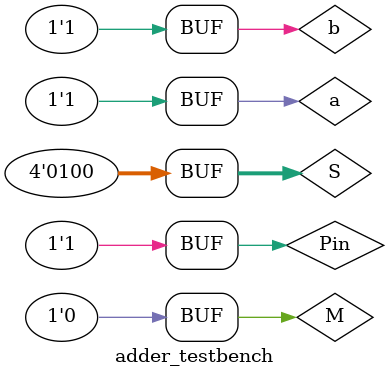
<source format=v>
/*
* Testbench for adder.v
*/

`timescale 1us/1ns

module adder_testbench();

    reg a, b;
    reg [3:0] S;
    reg M;
    reg Pin;
    wire D, F;
    wire R;
    wire Pout;

    localparam PERIOD = 1;

    adder UUT(
        .a          (a),
        .b          (b),
        .S          (S),
        .M          (M),
        .Pin        (Pin),
        .D          (D),
        .F          (F),
        .R          (R),
        .Pout       (Pout)
    );

    initial begin
        $dumpfile("./adder.vcd");
        $dumpvars(0, adder_testbench);

        a = 0;
        b = 0;
        S = 4'b0110;
        M = 1;
        Pin = 0;
        #PERIOD;

        a = 0;
        b = 1;
        S = 4'b0110;
        M = 1;
        Pin = 0;
        #PERIOD;

        a = 1;
        b = 0;
        S = 4'b0110;
        M = 1;
        Pin = 0;
        #PERIOD;

        a = 1;
        b = 1;
        S = 4'b0110;
        M = 1;
        Pin = 0;
        #PERIOD;

        a = 0;
        b = 0;
        S = 4'b0110;
        M = 1;
        Pin = 1;
        #PERIOD;

        a = 0;
        b = 1;
        S = 4'b0110;
        M = 1;
        Pin = 1;
        #PERIOD;

        a = 1;
        b = 0;
        S = 4'b0110;
        M = 1;
        Pin = 1;
        #PERIOD;

        a = 1;
        b = 1;
        S = 4'b0110;
        M = 1;
        Pin = 1;
        #PERIOD;

        a = 0;
        b = 0;
        S = 4'b1001;
        M = 1;
        Pin = 0;
        #PERIOD;

        a = 0;
        b = 1;
        S = 4'b1001;
        M = 1;
        Pin = 0;
        #PERIOD;

        a = 1;
        b = 0;
        S = 4'b1001;
        M = 1;
        Pin = 0;
        #PERIOD;

        a = 1;
        b = 1;
        S = 4'b1001;
        M = 1;
        Pin = 0;
        #PERIOD;

        a = 0;
        b = 0;
        S = 4'b1001;
        M = 1;
        Pin = 1;
        #PERIOD;

        a = 0;
        b = 1;
        S = 4'b1001;
        M = 1;
        Pin = 1;
        #PERIOD;

        a = 1;
        b = 0;
        S = 4'b1001;
        M = 1;
        Pin = 1;
        #PERIOD;

        a = 1;
        b = 1;
        S = 4'b1001;
        M = 1;
        Pin = 1;
        #PERIOD;

        a = 0;
        b = 0;
        S = 4'b0001;
        M = 0;
        #PERIOD;

        a = 0;
        b = 1;
        S = 4'b0001;
        M = 0;
        #PERIOD;

        a = 1;
        b = 0;
        S = 4'b0001;
        M = 0;
        #PERIOD;

        a = 1;
        b = 1;
        S = 4'b0001;
        M = 0;
        #PERIOD;

        a = 0;
        b = 0;
        S = 4'b0100;
        M = 0;
        #PERIOD;

        a = 0;
        b = 1;
        S = 4'b0100;
        M = 0;
        #PERIOD;

        a = 1;
        b = 0;
        S = 4'b0100;
        M = 0;
        #PERIOD;

        a = 1;
        b = 1;
        S = 4'b0100;
        M = 0;
        #PERIOD;
    end

endmodule

</source>
